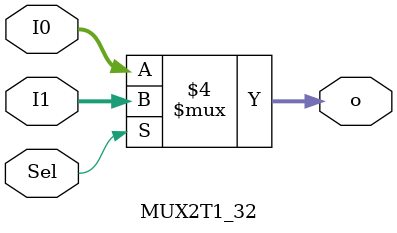
<source format=v>
`timescale 1ns / 1ps
module MUX2T1_32(input [31:0] I0,
					  input [31:0] I1,
					  input Sel,
					  output reg[31:0] o
				     );
always @* begin
	if (Sel == 1'b1)
		o <= I1;
	else
		o <= I0;
end
endmodule

</source>
